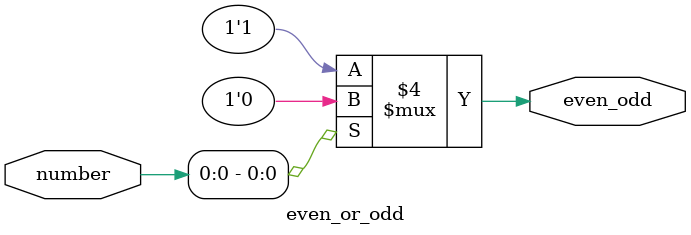
<source format=v>
`timescale 1ns / 1ps


module even_or_odd(
input [3:0]number,
output reg even_odd
    );
    
    parameter EVEN=1'b1;
    parameter ODD=1'b0;
    
    always @(*) begin
    if (number[0] == 0)
    even_odd = EVEN;
    else
    even_odd = ODD ;
    end
endmodule

</source>
